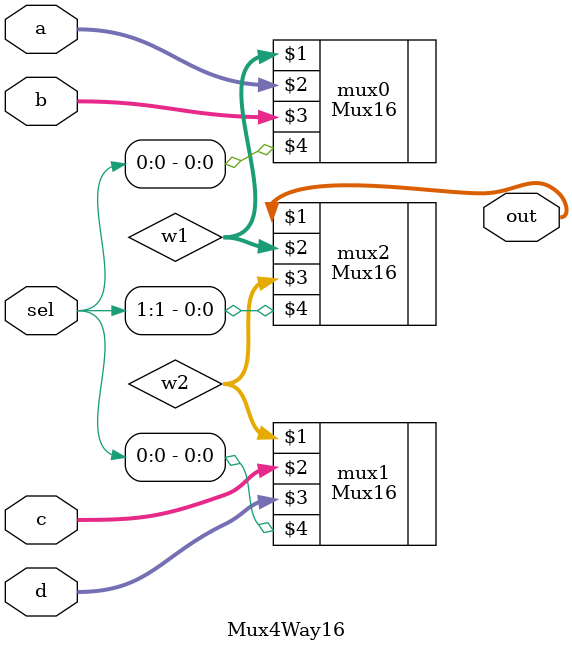
<source format=v>
/* módulo Mux4Way16 */

`ifndef _Mux4Way16_
`define _Mux4Way16_
`include "Mux16.v"

module Mux4Way16(out, a, b, c, d, sel);
    input [15:0] a, b, c, d;
    input [1:0] sel;
    output [15:0] out;
    wire [15:0] w1, w2;

    // Descrição de conexões internas do módulo
    Mux16 mux0(w1, a, b, sel[0]);
    Mux16 mux1(w2, c, d, sel[0]);
    Mux16 mux2(out, w1, w2, sel[1]);
endmodule

`endif
</source>
